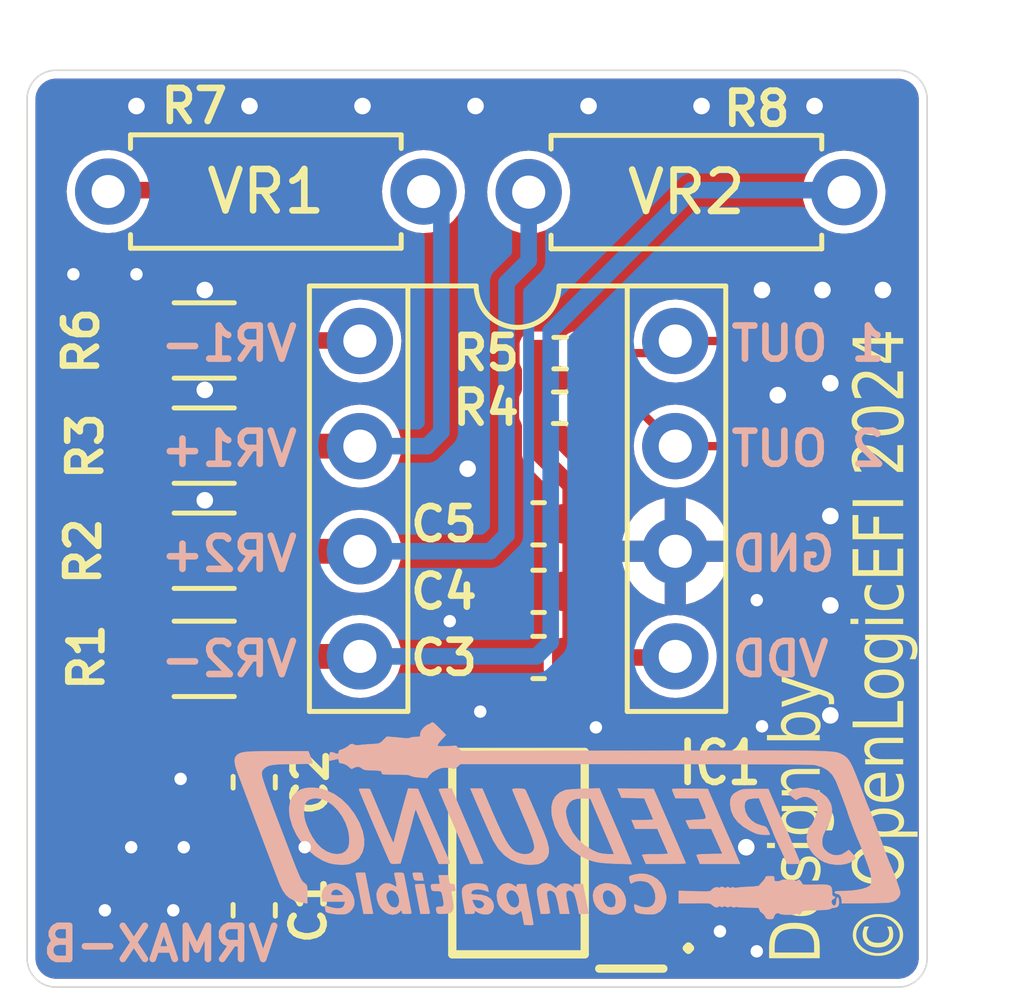
<source format=kicad_pcb>
(kicad_pcb (version 20241229) (generator "pcbnew") (generator_version "9.0")
  (layers (0 "F.Cu" signal "Front") (2 "B.Cu" signal "Back") (13 "F.Paste" user) (15 "B.Paste" user) (5 "F.SilkS" user "F.Silkscreen") (7 "B.SilkS" user "B.Silkscreen") (1 "F.Mask" user) (3 "B.Mask" user) (25 "Edge.Cuts" user))
  (net 0 "")
  (net 1 "GND")
  (net 2 "+5V")
  (net 3 "VR1-")
  (net 4 "Net-(IC1-IN1+)")
  (net 5 "Net-(IC1-IN1-)")
  (net 6 "Crank-Out")
  (net 7 "Cam-Out")
  (net 8 "VR2-")
  (net 9 "Net-(IC1-IN2+)")
  (net 10 "Net-(IC1-IN2-)")
  (net 13 "VR1+")
  (net 14 "VR2+")
  (footprint "Capacitor_SMD:C_0603_1608Metric" (layer "F.Cu") (at 131.1148 133.4308 90)
    (property "Reference" "C2" (at 0 1.364 90) (layer "F.SilkS") (effects (font (size 0.8 0.8) (thickness 0.16))))
    (property "Value" "1nF")
    (pad "1" smd roundrect (at -0.775 0 90) (size 0.9 0.95) (layers "F.Cu" "F.Mask" "F.Paste") (net 10 "Net-(IC1-IN2-)"))
    (pad "2" smd roundrect (at 0.775 0 90) (size 0.9 0.95) (layers "F.Cu" "F.Mask" "F.Paste") (net 9 "Net-(IC1-IN2+)"))
  )
  (footprint "Resistor_SMD:R_1206_3216Metric" (layer "F.Cu") (at 129.9064 122.758)
    (property "Reference" "R6" (at -2.974 0.0148 90) (layer "F.SilkS") (effects (font (size 0.8 0.8) (thickness 0.16))))
    (property "Value" "10k")
    (pad "1" smd roundrect (at -1.4625 0) (size 1.125 1.75) (layers "F.Cu" "F.Mask" "F.Paste") (roundrect_rratio 0.2222222222) (net 4 "Net-(IC1-IN1+)"))
    (pad "2" smd roundrect (at 1.4625 0) (size 1.125 1.75) (layers "F.Cu" "F.Mask" "F.Paste") (roundrect_rratio 0.2222222222) (net 3 "VR1-"))
  )
  (footprint "Capacitor_SMD:C_0603_1608Metric" (layer "F.Cu") (at 131.1148 136.525 90)
    (property "Reference" "C1" (at 0 1.3132 90) (layer "F.SilkS") (effects (font (size 0.8 0.8) (thickness 0.16))))
    (property "Value" "1nF")
    (pad "1" smd roundrect (at -0.775 0 90) (size 0.9 0.95) (layers "F.Cu" "F.Mask" "F.Paste") (net 4 "Net-(IC1-IN1+)"))
    (pad "2" smd roundrect (at 0.775 0 90) (size 0.9 0.95) (layers "F.Cu" "F.Mask" "F.Paste") (net 5 "Net-(IC1-IN1-)"))
  )
  (footprint "Resistor_SMD:R_1206_3216Metric" (layer "F.Cu") (at 129.9064 130.45)
    (property "Reference" "R1" (at -2.8448 -0.042 90) (layer "F.SilkS") (effects (font (size 0.8 0.8) (thickness 0.16))))
    (property "Value" "10k")
    (pad "1" smd roundrect (at -1.4625 0) (size 1.125 1.75) (layers "F.Cu" "F.Mask" "F.Paste") (roundrect_rratio 0.2222222222) (net 10 "Net-(IC1-IN2-)"))
    (pad "2" smd roundrect (at 1.4625 0) (size 1.125 1.75) (layers "F.Cu" "F.Mask" "F.Paste") (roundrect_rratio 0.2222222222) (net 8 "VR2-"))
  )
  (footprint "Capacitor_SMD:C_0603_1608Metric" (layer "F.Cu") (at 137.9855 130.417 180)
    (property "Reference" "C3" (at 2.286 -0.0076 0) (layer "F.SilkS") (effects (font (size 0.8 0.8) (thickness 0.16))))
    (property "Value" "10nf")
    (pad "1" smd roundrect (at -0.775 0 180) (size 0.9 0.95) (layers "F.Cu" "F.Mask" "F.Paste") (net 2 "+5V"))
    (pad "2" smd roundrect (at 0.775 0 180) (size 0.9 0.95) (layers "F.Cu" "F.Mask" "F.Paste") (net 1 "GND"))
  )
  (footprint "Detonation:Socket_VRConditioner" (layer "F.Cu") (at 133.6675 122.7709)
    (property "Reference" "J1" (hide yes))
    (property "Value" "VR_Header")
    (pad "1" thru_hole circle (at 0 0) (size 1.6 1.6) (drill 0.8) (layers "*.Cu" "*.Mask") (net 3 "VR1-"))
    (pad "2" thru_hole oval (at 0 2.54) (size 1.6 1.6) (drill 0.8) (layers "*.Cu" "*.Mask") (net 13 "VR1+"))
    (pad "3" thru_hole oval (at 0 5.08) (size 1.6 1.6) (drill 0.8) (layers "*.Cu" "*.Mask") (net 14 "VR2+"))
    (pad "4" thru_hole oval (at 0 7.62) (size 1.6 1.6) (drill 0.8) (layers "*.Cu" "*.Mask") (net 8 "VR2-"))
    (pad "5" thru_hole oval (at 7.62 7.62) (size 1.6 1.6) (drill 0.8) (layers "*.Cu" "*.Mask") (net 2 "+5V"))
    (pad "6" thru_hole oval (at 7.62 5.08) (size 1.6 1.6) (drill 0.8) (layers "*.Cu" "*.Mask") (net 1 "GND"))
    (pad "7" thru_hole oval (at 7.62 2.54) (size 1.6 1.6) (drill 0.8) (layers "*.Cu" "*.Mask") (net 7 "Cam-Out"))
    (pad "8" thru_hole oval (at 7.62 0) (size 1.6 1.6) (drill 0.8) (layers "*.Cu" "*.Mask") (net 6 "Crank-Out"))
  )
  (footprint "Resistor_SMD:R_1206_3216Metric" (layer "F.Cu") (at 129.9064 127.838)
    (property "Reference" "R2" (at -2.9232 0.0148 90) (layer "F.SilkS") (effects (font (size 0.8 0.8) (thickness 0.16))))
    (property "Value" "10k")
    (pad "1" smd roundrect (at -1.4625 0) (size 1.125 1.75) (layers "F.Cu" "F.Mask" "F.Paste") (roundrect_rratio 0.2222222222) (net 9 "Net-(IC1-IN2+)"))
    (pad "2" smd roundrect (at 1.4625 0) (size 1.125 1.75) (layers "F.Cu" "F.Mask" "F.Paste") (roundrect_rratio 0.2222222222) (net 14 "VR2+"))
  )
  (footprint "Capacitor_SMD:C_0603_1608Metric" (layer "F.Cu") (at 137.9855 127.187 180)
    (property "Reference" "C5" (at 2.286 -0.0076 0) (layer "F.SilkS") (effects (font (size 0.8 0.8) (thickness 0.16))))
    (property "Value" "1uF")
    (pad "1" smd roundrect (at -0.775 0 180) (size 0.9 0.95) (layers "F.Cu" "F.Mask" "F.Paste") (net 2 "+5V"))
    (pad "2" smd roundrect (at 0.775 0 180) (size 0.9 0.95) (layers "F.Cu" "F.Mask" "F.Paste") (net 1 "GND"))
  )
  (footprint "Resistor_THT:R_Axial_DIN0207_L6.3mm_D2.5mm_P7.62mm_Horizontal" (layer "F.Cu") (at 127.586 119.16)
    (property "Reference" "R7" (at 2.081 -2.066 0) (layer "F.SilkS") (effects (font (size 0.8 0.8) (thickness 0.16))))
    (property "Value" "NP")
    (pad "1" thru_hole circle (at 0 0) (size 1.6 1.6) (drill 0.8) (layers "*.Cu" "*.Mask") (net 3 "VR1-"))
    (pad "2" thru_hole oval (at 7.62 0) (size 1.6 1.6) (drill 0.8) (layers "*.Cu" "*.Mask") (net 13 "VR1+"))
  )
  (footprint "Resistor_THT:R_Axial_DIN0207_L6.3mm_D2.5mm_P7.62mm_Horizontal" (layer "F.Cu") (at 137.746 119.174)
    (property "Reference" "R8" (at 5.51 -2.0144 0) (layer "F.SilkS") (effects (font (size 0.8 0.8) (thickness 0.16))))
    (property "Value" "NP")
    (pad "1" thru_hole circle (at 0 0) (size 1.6 1.6) (drill 0.8) (layers "*.Cu" "*.Mask") (net 14 "VR2+"))
    (pad "2" thru_hole oval (at 7.62 0) (size 1.6 1.6) (drill 0.8) (layers "*.Cu" "*.Mask") (net 8 "VR2-"))
  )
  (footprint "Capacitor_SMD:C_0603_1608Metric" (layer "F.Cu") (at 137.9855 128.819 180)
    (property "Reference" "C4" (at 2.286 -0.0076 0) (layer "F.SilkS") (effects (font (size 0.8 0.8) (thickness 0.16))))
    (property "Value" "100nF")
    (pad "1" smd roundrect (at -0.775 0 180) (size 0.9 0.95) (layers "F.Cu" "F.Mask" "F.Paste") (net 2 "+5V"))
    (pad "2" smd roundrect (at 0.775 0 180) (size 0.9 0.95) (layers "F.Cu" "F.Mask" "F.Paste") (net 1 "GND"))
  )
  (footprint "Detonation:MAX9926-HandSoldering" (layer "F.Cu") (at 137.5 135.144 180)
    (property "Reference" "IC1" (at -4.867 2.175 180) (layer "F.SilkS") (effects (font (size 1 0.8) (thickness 0.16) (bold yes))))
    (property "Value" "MAX9926UAEE+" (hide yes))
    (pad "1" smd rect (at -2.8292 -2.222 270) (size 0.435 1.7584) (layers "F.Cu" "F.Mask" "F.Paste") (net 1 "GND"))
    (pad "2" smd rect (at -2.8292 -1.58855 270) (size 0.4339 1.7584) (layers "F.Cu" "F.Mask" "F.Paste"))
    (pad "3" smd rect (at -2.8292 -0.952 270) (size 0.435 1.7584) (layers "F.Cu" "F.Mask" "F.Paste") (net 1 "GND"))
    (pad "4" smd rect (at -2.8292 -0.318 270) (size 0.435 1.7584) (layers "F.Cu" "F.Mask" "F.Paste") (net 6 "Crank-Out"))
    (pad "5" smd rect (at -2.8292 0.32965 270) (size 0.4583 1.7584) (layers "F.Cu" "F.Mask" "F.Paste") (net 7 "Cam-Out"))
    (pad "6" smd rect (at -2.8292 0.952 270) (size 0.435 1.7584) (layers "F.Cu" "F.Mask" "F.Paste") (net 1 "GND"))
    (pad "7" smd rect (at -2.8292 1.588 270) (size 0.435 1.7584) (layers "F.Cu" "F.Mask" "F.Paste"))
    (pad "8" smd rect (at -2.8292 2.22145 270) (size 0.4339 1.7584) (layers "F.Cu" "F.Mask" "F.Paste") (net 1 "GND"))
    (pad "9" smd rect (at 2.8292 2.222 270) (size 0.435 1.7584) (layers "F.Cu" "F.Mask" "F.Paste") (net 9 "Net-(IC1-IN2+)"))
    (pad "10" smd rect (at 2.8292 1.588 270) (size 0.435 1.7584) (layers "F.Cu" "F.Mask" "F.Paste") (net 10 "Net-(IC1-IN2-)"))
    (pad "11" smd rect (at 2.8292 0.952 270) (size 0.435 1.7584) (layers "F.Cu" "F.Mask" "F.Paste") (net 1 "GND"))
    (pad "12" smd rect (at 2.8292 0.318 270) (size 0.435 1.7584) (layers "F.Cu" "F.Mask" "F.Paste"))
    (pad "13" smd rect (at 2.8292 -0.318 270) (size 0.435 1.7584) (layers "F.Cu" "F.Mask" "F.Paste") (net 1 "GND"))
    (pad "14" smd rect (at 2.8292 -0.952 270) (size 0.435 1.7584) (layers "F.Cu" "F.Mask" "F.Paste") (net 2 "+5V"))
    (pad "15" smd rect (at 2.8292 -1.588 270) (size 0.435 1.7584) (layers "F.Cu" "F.Mask" "F.Paste") (net 5 "Net-(IC1-IN1-)"))
    (pad "16" smd rect (at 2.8292 -2.222 270) (size 0.435 1.7584) (layers "F.Cu" "F.Mask" "F.Paste") (net 4 "Net-(IC1-IN1+)"))
  )
  (footprint "Resistor_SMD:R_1206_3216Metric" (layer "F.Cu") (at 129.9064 125.298)
    (property "Reference" "R3" (at -2.8724 0.0148 90) (layer "F.SilkS") (effects (font (size 0.8 0.8) (thickness 0.16))))
    (property "Value" "10k")
    (pad "1" smd roundrect (at -1.4625 0) (size 1.125 1.75) (layers "F.Cu" "F.Mask" "F.Paste") (roundrect_rratio 0.2222222222) (net 5 "Net-(IC1-IN1-)"))
    (pad "2" smd roundrect (at 1.4625 0) (size 1.125 1.75) (layers "F.Cu" "F.Mask" "F.Paste") (roundrect_rratio 0.2222222222) (net 13 "VR1+"))
  )
  (footprint "Resistor_SMD:R_0402_1005Metric" (layer "F.Cu") (at 138.5062 123.063)
    (property "Reference" "R5" (at -1.789 -0.0016 0) (layer "F.SilkS") (effects (font (size 0.8 0.8) (thickness 0.16))))
    (property "Value" "1k")
    (pad "1" smd roundrect (at -0.51 0) (size 0.54 0.64) (layers "F.Cu" "F.Mask" "F.Paste") (net 2 "+5V"))
    (pad "2" smd roundrect (at 0.51 0) (size 0.54 0.64) (layers "F.Cu" "F.Mask" "F.Paste") (net 6 "Crank-Out"))
  )
  (footprint "Resistor_SMD:R_0402_1005Metric" (layer "F.Cu") (at 138.4952 124.3838)
    (property "Reference" "R4" (at -1.778 -0.0016 0) (layer "F.SilkS") (effects (font (size 0.8 0.8) (thickness 0.16))))
    (property "Value" "1k")
    (pad "1" smd roundrect (at -0.51 0) (size 0.54 0.64) (layers "F.Cu" "F.Mask" "F.Paste") (net 2 "+5V"))
    (pad "2" smd roundrect (at 0.51 0) (size 0.54 0.64) (layers "F.Cu" "F.Mask" "F.Paste") (net 7 "Cam-Out"))
  )
  (footprint "Detonation-Logos:SpeeduinoCompatible-17mm" (layer "B.Cu") (at 138.684 134.366 180)
    (property "Reference" "G1" (hide yes))
    (property "Value" "Logo_Open_Hardware_Large" (hide yes))
  )
  (gr_arc (start 126.2888 138.3792) (mid 125.832314 138.175286) (end 125.6284 137.7188) (stroke (width 0.0381)) (layer "Edge.Cuts"))
  (gr_arc (start 125.6284 116.8908) (mid 125.832303 116.434303) (end 126.2888 116.2304) (stroke (width 0.0381)) (layer "Edge.Cuts"))
  (gr_line (start 146.7104 138.3792) (end 126.2888 138.3792) (stroke (width 0.0381)) (layer "Edge.Cuts"))
  (gr_line (start 147.3708 116.8908) (end 147.3708 137.7188) (stroke (width 0.0381)) (layer "Edge.Cuts"))
  (gr_arc (start 146.7104 116.2304) (mid 147.166897 116.434303) (end 147.3708 116.8908) (stroke (width 0.0381)) (layer "Edge.Cuts"))
  (gr_line (start 125.6284 116.8908) (end 125.6284 137.7188) (stroke (width 0.0381)) (layer "Edge.Cuts"))
  (gr_arc (start 147.3708 137.7188) (mid 147.166897 138.175297) (end 146.7104 138.3792) (stroke (width 0.0381)) (layer "Edge.Cuts"))
  (gr_line (start 146.7104 116.2304) (end 126.2888 116.2304) (stroke (width 0.0381)) (layer "Edge.Cuts"))
  (gr_text "VR2" (at 141.556 119.174 0) (layer "F.SilkS") (effects (font (size 1 1) (thickness 0.16))))
  (gr_text "Design by \n© OpenLogicEFI 2024\n" (at 145.288 137.8204 90) (layer "F.SilkS") (effects (font (size 1.2 1) (thickness 0.16)) (justify left)))
  (gr_text "VR1" (at 131.396 119.16 0) (layer "F.SilkS") (effects (font (size 1 1) (thickness 0.16))))
  (gr_text "." (at 141.605 137.033 0) (layer "F.SilkS") (effects (font (size 1 1) (thickness 0.18))))
  (gr_text "GND" (at 143.904076 127.9144 0) (layer "B.SilkS") (effects (font (size 0.8 0.8) (thickness 0.16)) (justify mirror)))
  (gr_text "VR2+" (at 130.5052 127.9144 0) (layer "B.SilkS") (effects (font (size 0.8 0.8) (thickness 0.16)) (justify mirror)))
  (gr_text "VDD" (at 143.827885 130.4544 0) (layer "B.SilkS") (effects (font (size 0.8 0.8) (thickness 0.16)) (justify mirror)))
  (gr_text "VR1-" (at 130.5052 122.8344 0) (layer "B.SilkS") (effects (font (size 0.8 0.8) (thickness 0.16)) (justify mirror)))
  (gr_text "VR1+" (at 130.5052 125.3744 0) (layer "B.SilkS") (effects (font (size 0.8 0.8) (thickness 0.16)) (justify mirror)))
  (gr_text "VR2-" (at 130.5052 130.4544 0) (layer "B.SilkS") (effects (font (size 0.8 0.8) (thickness 0.16)) (justify mirror)))
  (gr_text "VRMAX-B" (at 128.8542 137.3378 0) (layer "B.SilkS") (effects (font (size 0.8 0.8) (thickness 0.16)) (justify mirror)))
  (gr_text "1 OUT" (at 144.494457 122.8344 0) (layer "B.SilkS") (effects (font (size 0.8 0.8) (thickness 0.16)) (justify mirror)))
  (gr_text "2 OUT" (at 144.494457 125.3744 0) (layer "B.SilkS") (effects (font (size 0.8 0.8) (thickness 0.16)) (justify mirror)))
  (via (at 144.8435 121.539) (size 0.7) (drill 0.4) (layers "F.Cu" "B.Cu") (net 1))
  (via (at 145.034 129.159) (size 0.7) (drill 0.4) (layers "F.Cu" "B.Cu") (net 1))
  (via (at 145.034 127) (size 0.7) (drill 0.4) (layers "F.Cu" "B.Cu") (net 1))
  (via (at 129.3368 133.35) (size 0.6) (drill 0.3) (layers "F.Cu" "B.Cu") (net 1))
  (via (at 126.746 121.158) (size 0.6) (drill 0.3) (layers "F.Cu" "B.Cu") (net 1))
  (via (at 135.8392 129.54) (size 0.6) (drill 0.3) (layers "F.Cu" "B.Cu") (net 1))
  (via (at 145.034 131.81584) (size 0.7) (drill 0.4) (layers "F.Cu" "B.Cu") (net 1))
  (via (at 129.413 135.001) (size 0.6) (drill 0.3) (layers "F.Cu" "B.Cu") (net 1))
  (via (at 143.256 129.032) (size 0.6) (drill 0.3) (layers "F.Cu" "B.Cu") (net 1))
  (via (at 128.27 121.158) (size 0.6) (drill 0.3) (layers "F.Cu" "B.Cu") (net 1))
  (via (at 133.731 117.094) (size 0.7) (drill 0.4) (layers "F.Cu" "B.Cu") (net 1))
  (via (at 145.034 123.78944) (size 0.7) (drill 0.4) (layers "F.Cu" "B.Cu") (net 1))
  (via (at 131.0005 117.094) (size 0.7) (drill 0.4) (layers "F.Cu" "B.Cu") (net 1))
  (via (at 136.5758 131.7244) (size 0.6) (drill 0.3) (layers "F.Cu" "B.Cu") (net 1))
  (via (at 139.192 117.094) (size 0.7) (drill 0.4) (layers "F.Cu" "B.Cu") (net 1))
  (via (at 136.271 125.857) (size 0.7) (drill 0.4) (layers "F.Cu" "B.Cu") (net 1))
  (via (at 128.143 135.001) (size 0.6) (drill 0.3) (layers "F.Cu" "B.Cu") (net 1))
  (via (at 143.256 137.5156) (size 0.6) (drill 0.3) (layers "F.Cu" "B.Cu") (net 1))
  (via (at 128.27 117.094) (size 0.7) (drill 0.4) (layers "F.Cu" "B.Cu") (net 1))
  (via (at 127.508 136.525) (size 0.6) (drill 0.3) (layers "F.Cu" "B.Cu") (net 1))
  (via (at 139.3698 132.1054) (size 0.6) (drill 0.3) (layers "F.Cu" "B.Cu") (net 1))
  (via (at 129.921 126.619) (size 0.7) (drill 0.4) (layers "F.Cu" "B.Cu") (net 1))
  (via (at 142.367 137.033) (size 0.6) (drill 0.3) (layers "F.Cu" "B.Cu") (net 1))
  (via (at 132.334 135.001) (size 0.6) (drill 0.3) (layers "F.Cu" "B.Cu") (net 1))
  (via (at 129.159 136.525) (size 0.6) (drill 0.3) (layers "F.Cu" "B.Cu") (net 1))
  (via (at 129.921 121.539) (size 0.7) (drill 0.4) (layers "F.Cu" "B.Cu") (net 1))
  (via (at 144.653 117.094) (size 0.7) (drill 0.4) (layers "F.Cu" "B.Cu") (net 1))
  (via (at 146.304 121.539) (size 0.7) (drill 0.4) (layers "F.Cu" "B.Cu") (net 1))
  (via (at 141.9225 117.094) (size 0.7) (drill 0.4) (layers "F.Cu" "B.Cu") (net 1))
  (via (at 129.921 123.952) (size 0.7) (drill 0.4) (layers "F.Cu" "B.Cu") (net 1))
  (via (at 143.383 132.08) (size 0.6) (drill 0.3) (layers "F.Cu" "B.Cu") (net 1))
  (via (at 136.4615 117.094) (size 0.7) (drill 0.4) (layers "F.Cu" "B.Cu") (net 1))
  (via (at 143.764 124.079) (size 0.7) (drill 0.4) (layers "F.Cu" "B.Cu") (net 1))
  (via (at 143.383 121.539) (size 0.7) (drill 0.4) (layers "F.Cu" "B.Cu") (net 1))
  (via (at 143.002 135.001) (size 0.7) (drill 0.4) (layers "F.Cu" "B.Cu") (net 1))
  (segment (start 137.9852 124.3838) (end 137.9852 123.074) (width 0.4) (layer "F.Cu") (net 2))
  (segment (start 138.7605 127.187) (end 138.7605 128.819) (width 0.4) (layer "F.Cu") (net 2))
  (segment (start 138.7605 130.417) (end 138.7605 128.819) (width 0.4) (layer "F.Cu") (net 2))
  (segment (start 138.7605 131.2669) (end 138.7605 130.417) (width 0.4) (layer "F.Cu") (net 2))
  (segment (start 135.89 136.096) (end 134.775 136.096) (width 0.2) (layer "F.Cu") (net 2))
  (segment (start 135.89 136.096) (end 136.954 136.096) (width 0.4) (layer "F.Cu") (net 2))
  (segment (start 138.7605 126.2637) (end 137.9852 125.4884) (width 0.4) (layer "F.Cu") (net 2))
  (segment (start 138.7605 127.187) (end 138.7605 126.2637) (width 0.4) (layer "F.Cu") (net 2))
  (segment (start 137.287 132.7404) (end 138.7605 131.2669) (width 0.4) (layer "F.Cu") (net 2))
  (segment (start 137.287 135.763) (end 137.287 132.7404) (width 0.4) (layer "F.Cu") (net 2))
  (segment (start 136.954 136.096) (end 137.287 135.763) (width 0.4) (layer "F.Cu") (net 2))
  (segment (start 138.7605 130.417) (end 141.2614 130.417) (width 0.4) (layer "F.Cu") (net 2))
  (segment (start 137.9852 125.4884) (end 137.9852 124.3838) (width 0.4) (layer "F.Cu") (net 2))
  (segment (start 131.3689 122.758) (end 131.3689 119.4309) (width 0.4) (layer "F.Cu") (net 3))
  (segment (start 131.064 119.126) (end 127.679 119.126) (width 0.4) (layer "F.Cu") (net 3))
  (segment (start 131.3689 122.758) (end 133.6546 122.758) (width 0.4) (layer "F.Cu") (net 3))
  (segment (start 131.3689 119.4309) (end 131.064 119.126) (width 0.4) (layer "F.Cu") (net 3))
  (segment (start 126.3396 137.0584) (end 126.6472 137.366) (width 0.2) (layer "F.Cu") (net 4))
  (segment (start 126.6472 137.366) (end 134.775 137.366) (width 0.2) (layer "F.Cu") (net 4))
  (segment (start 126.3396 122.9868) (end 126.3396 137.0584) (width 0.2) (layer "F.Cu") (net 4))
  (segment (start 126.5684 122.758) (end 126.3396 122.9868) (width 0.2) (layer "F.Cu") (net 4))
  (segment (start 128.2915 122.758) (end 126.5684 122.758) (width 0.2) (layer "F.Cu") (net 4))
  (segment (start 134.775 136.732) (end 133.557 136.732) (width 0.2) (layer "F.Cu") (net 5))
  (segment (start 127.4696 135.75) (end 127.1524 135.4328) (width 0.2) (layer "F.Cu") (net 5))
  (segment (start 127.1524 125.4252) (end 127.2796 125.298) (width 0.2) (layer "F.Cu") (net 5))
  (segment (start 132.575 135.75) (end 127.4696 135.75) (width 0.2) (layer "F.Cu") (net 5))
  (segment (start 127.1524 135.4328) (end 127.1524 125.4252) (width 0.2) (layer "F.Cu") (net 5))
  (segment (start 133.557 136.732) (end 132.575 135.75) (width 0.2) (layer "F.Cu") (net 5))
  (segment (start 127.2796 125.298) (end 128.2915 125.298) (width 0.2) (layer "F.Cu") (net 5))
  (segment (start 145.3769 122.7709) (end 141.2875 122.7709) (width 0.2) (layer "F.Cu") (net 6))
  (segment (start 140.225 135.462) (end 141.558 135.462) (width 0.2) (layer "F.Cu") (net 6))
  (segment (start 141.558 135.462) (end 142.24 136.144) (width 0.2) (layer "F.Cu") (net 6))
  (segment (start 142.24 136.144) (end 146.1008 136.144) (width 0.2) (layer "F.Cu") (net 6))
  (segment (start 146.304 123.698) (end 145.3769 122.7709) (width 0.2) (layer "F.Cu") (net 6))
  (segment (start 146.304 135.9408) (end 146.304 123.698) (width 0.2) (layer "F.Cu") (net 6))
  (segment (start 146.1008 136.144) (end 146.304 135.9408) (width 0.2) (layer "F.Cu") (net 6))
  (segment (start 139.0162 123.063) (end 140.9954 123.063) (width 0.2) (layer "F.Cu") (net 6))
  (segment (start 144.145 125.6411) (end 143.8148 125.3109) (width 0.2) (layer "F.Cu") (net 7))
  (segment (start 143.8148 125.3109) (end 141.2875 125.3109) (width 0.2) (layer "F.Cu") (net 7))
  (segment (start 141.526 134.826) (end 142.494 133.858) (width 0.2) (layer "F.Cu") (net 7))
  (segment (start 142.494 133.858) (end 143.891 133.858) (width 0.2) (layer "F.Cu") (net 7))
  (segment (start 139.0052 124.3838) (end 140.3604 124.3838) (width 0.2) (layer "F.Cu") (net 7))
  (segment (start 140.3604 124.3838) (end 141.2875 125.3109) (width 0.2) (layer "F.Cu") (net 7))
  (segment (start 144.145 133.604) (end 144.145 125.6411) (width 0.2) (layer "F.Cu") (net 7))
  (segment (start 140.225 134.826) (end 141.526 134.826) (width 0.2) (layer "F.Cu") (net 7))
  (segment (start 143.891 133.858) (end 144.145 133.604) (width 0.2) (layer "F.Cu") (net 7))
  (segment (start 133.6675 130.3909) (end 131.2756 130.3909) (width 0.6) (layer "F.Cu") (net 8))
  (segment (start 141.6812 119.126) (end 138.2776 122.5296) (width 0.4) (layer "B.Cu") (net 8))
  (segment (start 138.2776 130.048) (end 137.9347 130.3909) (width 0.4) (layer "B.Cu") (net 8))
  (segment (start 138.2776 122.5296) (end 138.2776 130.048) (width 0.4) (layer "B.Cu") (net 8))
  (segment (start 145.287 119.126) (end 141.6812 119.126) (width 0.4) (layer "B.Cu") (net 8))
  (segment (start 137.9347 130.3909) (end 133.6675 130.3909) (width 0.4) (layer "B.Cu") (net 8))
  (segment (start 134.775 132.922) (end 133.5189 132.922) (width 0.2) (layer "F.Cu") (net 9))
  (segment (start 133.5189 132.922) (end 133.2527 132.6558) (width 0.2) (layer "F.Cu") (net 9))
  (segment (start 133.2527 132.6558) (end 129.811 132.6558) (width 0.2) (layer "F.Cu") (net 9))
  (segment (start 129.362 127.838) (end 128.2915 127.838) (width 0.2) (layer "F.Cu") (net 9))
  (segment (start 129.811 132.6558) (end 129.54 132.3848) (width 0.2) (layer "F.Cu") (net 9))
  (segment (start 129.54 132.3848) (end 129.54 128.016) (width 0.2) (layer "F.Cu") (net 9))
  (segment (start 129.54 128.016) (end 129.362 127.838) (width 0.2) (layer "F.Cu") (net 9))
  (segment (start 133.525 133.556) (end 132.8752 134.2058) (width 0.2) (layer "F.Cu") (net 10))
  (segment (start 132.8752 134.2058) (end 128.6178 134.2058) (width 0.2) (layer "F.Cu") (net 10))
  (segment (start 128.2915 133.8795) (end 128.2915 130.45) (width 0.2) (layer "F.Cu") (net 10))
  (segment (start 134.775 133.556) (end 133.525 133.556) (width 0.2) (layer "F.Cu") (net 10))
  (segment (start 128.6178 134.2058) (end 128.2915 133.8795) (width 0.2) (layer "F.Cu") (net 10))
  (segment (start 133.6675 125.3109) (end 131.2294 125.3109) (width 0.6) (layer "F.Cu") (net 13))
  (segment (start 135.636 119.463) (end 135.636 124.968) (width 0.4) (layer "B.Cu") (net 13))
  (segment (start 135.636 124.968) (end 135.2931 125.3109) (width 0.4) (layer "B.Cu") (net 13))
  (segment (start 135.2931 125.3109) (end 133.6675 125.3109) (width 0.4) (layer "B.Cu") (net 13))
  (segment (start 133.6675 127.8509) (end 131.2294 127.8509) (width 0.6) (layer "F.Cu") (net 14))
  (segment (start 137.2108 121.3612) (end 137.2108 127.4572) (width 0.4) (layer "B.Cu") (net 14))
  (segment (start 136.8171 127.8509) (end 133.6675 127.8509) (width 0.4) (layer "B.Cu") (net 14))
  (segment (start 137.2108 127.4572) (end 136.8171 127.8509) (width 0.4) (layer "B.Cu") (net 14))
  (segment (start 137.746 120.826) (end 137.2108 121.3612) (width 0.4) (layer "B.Cu") (net 14))
  (segment (start 137.746 119.047) (end 137.746 120.826) (width 0.4) (layer "B.Cu") (net 14))
  (zone (net 1) (net_name "GND") (layer "F.Cu") (connect_pads thru_hole_only (clearance 0)) (min_thickness 0.2) (fill yes (thermal_gap 0.508) (thermal_bridge_width 0.508))
    (polygon (pts (xy 124.974816 138.811) (xy 125.095 115.697) (xy 147.955 115.697) (xy 147.955 138.901682)))
  )
  (zone (net 1) (net_name "GND") (layer "B.Cu") (connect_pads thru_hole_only (clearance 0)) (min_thickness 0.2) (fill yes (thermal_gap 0.508) (thermal_bridge_width 0.508))
    (polygon (pts (xy 147.955 115.697) (xy 125.095 115.697) (xy 124.973009 138.811) (xy 147.955 138.885603)))
  )
)
</source>
